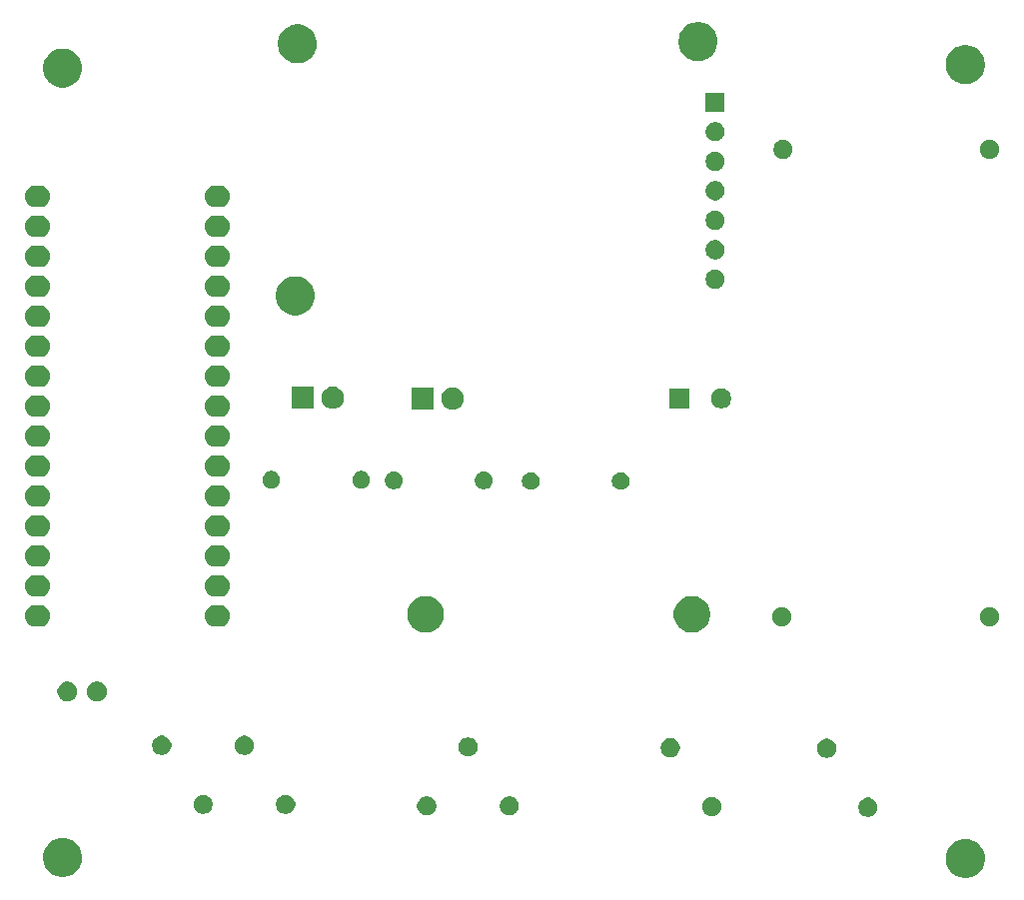
<source format=gbs>
G04 #@! TF.GenerationSoftware,KiCad,Pcbnew,(5.1.5)-3*
G04 #@! TF.CreationDate,2021-05-14T14:20:20+02:00*
G04 #@! TF.ProjectId,GSM-Alarmanlage,47534d2d-416c-4617-926d-616e6c616765,rev?*
G04 #@! TF.SameCoordinates,Original*
G04 #@! TF.FileFunction,Soldermask,Bot*
G04 #@! TF.FilePolarity,Negative*
%FSLAX46Y46*%
G04 Gerber Fmt 4.6, Leading zero omitted, Abs format (unit mm)*
G04 Created by KiCad (PCBNEW (5.1.5)-3) date 2021-05-14 14:20:20*
%MOMM*%
%LPD*%
G04 APERTURE LIST*
%ADD10C,0.100000*%
G04 APERTURE END LIST*
D10*
G36*
X182375256Y-141291298D02*
G01*
X182481579Y-141312447D01*
X182782042Y-141436903D01*
X183052451Y-141617585D01*
X183282415Y-141847549D01*
X183463097Y-142117958D01*
X183546132Y-142318421D01*
X183587553Y-142418422D01*
X183631109Y-142637389D01*
X183651000Y-142737391D01*
X183651000Y-143062609D01*
X183587553Y-143381579D01*
X183463097Y-143682042D01*
X183282415Y-143952451D01*
X183052451Y-144182415D01*
X182782042Y-144363097D01*
X182481579Y-144487553D01*
X182375256Y-144508702D01*
X182162611Y-144551000D01*
X181837389Y-144551000D01*
X181624744Y-144508702D01*
X181518421Y-144487553D01*
X181217958Y-144363097D01*
X180947549Y-144182415D01*
X180717585Y-143952451D01*
X180536903Y-143682042D01*
X180412447Y-143381579D01*
X180349000Y-143062609D01*
X180349000Y-142737391D01*
X180368892Y-142637389D01*
X180412447Y-142418422D01*
X180453869Y-142318421D01*
X180536903Y-142117958D01*
X180717585Y-141847549D01*
X180947549Y-141617585D01*
X181217958Y-141436903D01*
X181518421Y-141312447D01*
X181624744Y-141291298D01*
X181837389Y-141249000D01*
X182162611Y-141249000D01*
X182375256Y-141291298D01*
G37*
G36*
X105875256Y-141191298D02*
G01*
X105981579Y-141212447D01*
X106282042Y-141336903D01*
X106552451Y-141517585D01*
X106782415Y-141747549D01*
X106782416Y-141747551D01*
X106963098Y-142017960D01*
X107087553Y-142318422D01*
X107151000Y-142637389D01*
X107151000Y-142962611D01*
X107108702Y-143175256D01*
X107087553Y-143281579D01*
X106963097Y-143582042D01*
X106782415Y-143852451D01*
X106552451Y-144082415D01*
X106282042Y-144263097D01*
X105981579Y-144387553D01*
X105875256Y-144408702D01*
X105662611Y-144451000D01*
X105337389Y-144451000D01*
X105124744Y-144408702D01*
X105018421Y-144387553D01*
X104717958Y-144263097D01*
X104447549Y-144082415D01*
X104217585Y-143852451D01*
X104036903Y-143582042D01*
X103912447Y-143281579D01*
X103891298Y-143175256D01*
X103849000Y-142962611D01*
X103849000Y-142637389D01*
X103912447Y-142318422D01*
X104036902Y-142017960D01*
X104217584Y-141747551D01*
X104217585Y-141747549D01*
X104447549Y-141517585D01*
X104717958Y-141336903D01*
X105018421Y-141212447D01*
X105124744Y-141191298D01*
X105337389Y-141149000D01*
X105662611Y-141149000D01*
X105875256Y-141191298D01*
G37*
G36*
X173987144Y-137768242D02*
G01*
X174135103Y-137829529D01*
X174268257Y-137918499D01*
X174381503Y-138031745D01*
X174470473Y-138164899D01*
X174531760Y-138312858D01*
X174563002Y-138469925D01*
X174563002Y-138630075D01*
X174531760Y-138787142D01*
X174470473Y-138935101D01*
X174381503Y-139068255D01*
X174268257Y-139181501D01*
X174135103Y-139270471D01*
X173987144Y-139331758D01*
X173830077Y-139363000D01*
X173669927Y-139363000D01*
X173512860Y-139331758D01*
X173364901Y-139270471D01*
X173231747Y-139181501D01*
X173118501Y-139068255D01*
X173029531Y-138935101D01*
X172968244Y-138787142D01*
X172937002Y-138630075D01*
X172937002Y-138469925D01*
X172968244Y-138312858D01*
X173029531Y-138164899D01*
X173118501Y-138031745D01*
X173231747Y-137918499D01*
X173364901Y-137829529D01*
X173512860Y-137768242D01*
X173669927Y-137737000D01*
X173830077Y-137737000D01*
X173987144Y-137768242D01*
G37*
G36*
X160737144Y-137718242D02*
G01*
X160885103Y-137779529D01*
X161018257Y-137868499D01*
X161131503Y-137981745D01*
X161220473Y-138114899D01*
X161281760Y-138262858D01*
X161313002Y-138419925D01*
X161313002Y-138580075D01*
X161281760Y-138737142D01*
X161220473Y-138885101D01*
X161131503Y-139018255D01*
X161018257Y-139131501D01*
X160885103Y-139220471D01*
X160737144Y-139281758D01*
X160580077Y-139313000D01*
X160419927Y-139313000D01*
X160262860Y-139281758D01*
X160114901Y-139220471D01*
X159981747Y-139131501D01*
X159868501Y-139018255D01*
X159779531Y-138885101D01*
X159718244Y-138737142D01*
X159687002Y-138580075D01*
X159687002Y-138419925D01*
X159718244Y-138262858D01*
X159779531Y-138114899D01*
X159868501Y-137981745D01*
X159981747Y-137868499D01*
X160114901Y-137779529D01*
X160262860Y-137718242D01*
X160419927Y-137687000D01*
X160580077Y-137687000D01*
X160737144Y-137718242D01*
G37*
G36*
X136587142Y-137668242D02*
G01*
X136735101Y-137729529D01*
X136868255Y-137818499D01*
X136981501Y-137931745D01*
X137070471Y-138064899D01*
X137131758Y-138212858D01*
X137163000Y-138369925D01*
X137163000Y-138530075D01*
X137131758Y-138687142D01*
X137070471Y-138835101D01*
X136981501Y-138968255D01*
X136868255Y-139081501D01*
X136735101Y-139170471D01*
X136587142Y-139231758D01*
X136430075Y-139263000D01*
X136269925Y-139263000D01*
X136112858Y-139231758D01*
X135964899Y-139170471D01*
X135831745Y-139081501D01*
X135718499Y-138968255D01*
X135629529Y-138835101D01*
X135568242Y-138687142D01*
X135537000Y-138530075D01*
X135537000Y-138369925D01*
X135568242Y-138212858D01*
X135629529Y-138064899D01*
X135718499Y-137931745D01*
X135831745Y-137818499D01*
X135964899Y-137729529D01*
X136112858Y-137668242D01*
X136269925Y-137637000D01*
X136430075Y-137637000D01*
X136587142Y-137668242D01*
G37*
G36*
X143587143Y-137668242D02*
G01*
X143735102Y-137729529D01*
X143868256Y-137818499D01*
X143981502Y-137931745D01*
X144070472Y-138064899D01*
X144131759Y-138212858D01*
X144163001Y-138369925D01*
X144163001Y-138530075D01*
X144131759Y-138687142D01*
X144070472Y-138835101D01*
X143981502Y-138968255D01*
X143868256Y-139081501D01*
X143735102Y-139170471D01*
X143587143Y-139231758D01*
X143430076Y-139263000D01*
X143269926Y-139263000D01*
X143112859Y-139231758D01*
X142964900Y-139170471D01*
X142831746Y-139081501D01*
X142718500Y-138968255D01*
X142629530Y-138835101D01*
X142568243Y-138687142D01*
X142537001Y-138530075D01*
X142537001Y-138369925D01*
X142568243Y-138212858D01*
X142629530Y-138064899D01*
X142718500Y-137931745D01*
X142831746Y-137818499D01*
X142964900Y-137729529D01*
X143112859Y-137668242D01*
X143269926Y-137637000D01*
X143430076Y-137637000D01*
X143587143Y-137668242D01*
G37*
G36*
X117637145Y-137518242D02*
G01*
X117785104Y-137579529D01*
X117918258Y-137668499D01*
X118031504Y-137781745D01*
X118120474Y-137914899D01*
X118181761Y-138062858D01*
X118213003Y-138219925D01*
X118213003Y-138380075D01*
X118181761Y-138537142D01*
X118120474Y-138685101D01*
X118031504Y-138818255D01*
X117918258Y-138931501D01*
X117785104Y-139020471D01*
X117637145Y-139081758D01*
X117480078Y-139113000D01*
X117319928Y-139113000D01*
X117162861Y-139081758D01*
X117014902Y-139020471D01*
X116881748Y-138931501D01*
X116768502Y-138818255D01*
X116679532Y-138685101D01*
X116618245Y-138537142D01*
X116587003Y-138380075D01*
X116587003Y-138219925D01*
X116618245Y-138062858D01*
X116679532Y-137914899D01*
X116768502Y-137781745D01*
X116881748Y-137668499D01*
X117014902Y-137579529D01*
X117162861Y-137518242D01*
X117319928Y-137487000D01*
X117480078Y-137487000D01*
X117637145Y-137518242D01*
G37*
G36*
X124637146Y-137518242D02*
G01*
X124785105Y-137579529D01*
X124918259Y-137668499D01*
X125031505Y-137781745D01*
X125120475Y-137914899D01*
X125181762Y-138062858D01*
X125213004Y-138219925D01*
X125213004Y-138380075D01*
X125181762Y-138537142D01*
X125120475Y-138685101D01*
X125031505Y-138818255D01*
X124918259Y-138931501D01*
X124785105Y-139020471D01*
X124637146Y-139081758D01*
X124480079Y-139113000D01*
X124319929Y-139113000D01*
X124162862Y-139081758D01*
X124014903Y-139020471D01*
X123881749Y-138931501D01*
X123768503Y-138818255D01*
X123679533Y-138685101D01*
X123618246Y-138537142D01*
X123587004Y-138380075D01*
X123587004Y-138219925D01*
X123618246Y-138062858D01*
X123679533Y-137914899D01*
X123768503Y-137781745D01*
X123881749Y-137668499D01*
X124014903Y-137579529D01*
X124162862Y-137518242D01*
X124319929Y-137487000D01*
X124480079Y-137487000D01*
X124637146Y-137518242D01*
G37*
G36*
X170487141Y-132768242D02*
G01*
X170635100Y-132829529D01*
X170768254Y-132918499D01*
X170881500Y-133031745D01*
X170970470Y-133164899D01*
X171031757Y-133312858D01*
X171062999Y-133469925D01*
X171062999Y-133630075D01*
X171031757Y-133787142D01*
X170970470Y-133935101D01*
X170881500Y-134068255D01*
X170768254Y-134181501D01*
X170635100Y-134270471D01*
X170487141Y-134331758D01*
X170330074Y-134363000D01*
X170169924Y-134363000D01*
X170012857Y-134331758D01*
X169864898Y-134270471D01*
X169731744Y-134181501D01*
X169618498Y-134068255D01*
X169529528Y-133935101D01*
X169468241Y-133787142D01*
X169436999Y-133630075D01*
X169436999Y-133469925D01*
X169468241Y-133312858D01*
X169529528Y-133164899D01*
X169618498Y-133031745D01*
X169731744Y-132918499D01*
X169864898Y-132829529D01*
X170012857Y-132768242D01*
X170169924Y-132737000D01*
X170330074Y-132737000D01*
X170487141Y-132768242D01*
G37*
G36*
X157237141Y-132718242D02*
G01*
X157385100Y-132779529D01*
X157518254Y-132868499D01*
X157631500Y-132981745D01*
X157720470Y-133114899D01*
X157781757Y-133262858D01*
X157812999Y-133419925D01*
X157812999Y-133580075D01*
X157781757Y-133737142D01*
X157720470Y-133885101D01*
X157631500Y-134018255D01*
X157518254Y-134131501D01*
X157385100Y-134220471D01*
X157237141Y-134281758D01*
X157080074Y-134313000D01*
X156919924Y-134313000D01*
X156762857Y-134281758D01*
X156614898Y-134220471D01*
X156481744Y-134131501D01*
X156368498Y-134018255D01*
X156279528Y-133885101D01*
X156218241Y-133737142D01*
X156186999Y-133580075D01*
X156186999Y-133419925D01*
X156218241Y-133262858D01*
X156279528Y-133114899D01*
X156368498Y-132981745D01*
X156481744Y-132868499D01*
X156614898Y-132779529D01*
X156762857Y-132718242D01*
X156919924Y-132687000D01*
X157080074Y-132687000D01*
X157237141Y-132718242D01*
G37*
G36*
X140087143Y-132668242D02*
G01*
X140235102Y-132729529D01*
X140368256Y-132818499D01*
X140481502Y-132931745D01*
X140570472Y-133064899D01*
X140631759Y-133212858D01*
X140663001Y-133369925D01*
X140663001Y-133530075D01*
X140631759Y-133687142D01*
X140570472Y-133835101D01*
X140481502Y-133968255D01*
X140368256Y-134081501D01*
X140235102Y-134170471D01*
X140087143Y-134231758D01*
X139930076Y-134263000D01*
X139769926Y-134263000D01*
X139612859Y-134231758D01*
X139464900Y-134170471D01*
X139331746Y-134081501D01*
X139218500Y-133968255D01*
X139129530Y-133835101D01*
X139068243Y-133687142D01*
X139037001Y-133530075D01*
X139037001Y-133369925D01*
X139068243Y-133212858D01*
X139129530Y-133064899D01*
X139218500Y-132931745D01*
X139331746Y-132818499D01*
X139464900Y-132729529D01*
X139612859Y-132668242D01*
X139769926Y-132637000D01*
X139930076Y-132637000D01*
X140087143Y-132668242D01*
G37*
G36*
X114137145Y-132518242D02*
G01*
X114285104Y-132579529D01*
X114418258Y-132668499D01*
X114531504Y-132781745D01*
X114620474Y-132914899D01*
X114681761Y-133062858D01*
X114713003Y-133219925D01*
X114713003Y-133380075D01*
X114681761Y-133537142D01*
X114620474Y-133685101D01*
X114531504Y-133818255D01*
X114418258Y-133931501D01*
X114285104Y-134020471D01*
X114137145Y-134081758D01*
X113980078Y-134113000D01*
X113819928Y-134113000D01*
X113662861Y-134081758D01*
X113514902Y-134020471D01*
X113381748Y-133931501D01*
X113268502Y-133818255D01*
X113179532Y-133685101D01*
X113118245Y-133537142D01*
X113087003Y-133380075D01*
X113087003Y-133219925D01*
X113118245Y-133062858D01*
X113179532Y-132914899D01*
X113268502Y-132781745D01*
X113381748Y-132668499D01*
X113514902Y-132579529D01*
X113662861Y-132518242D01*
X113819928Y-132487000D01*
X113980078Y-132487000D01*
X114137145Y-132518242D01*
G37*
G36*
X121137146Y-132518242D02*
G01*
X121285105Y-132579529D01*
X121418259Y-132668499D01*
X121531505Y-132781745D01*
X121620475Y-132914899D01*
X121681762Y-133062858D01*
X121713004Y-133219925D01*
X121713004Y-133380075D01*
X121681762Y-133537142D01*
X121620475Y-133685101D01*
X121531505Y-133818255D01*
X121418259Y-133931501D01*
X121285105Y-134020471D01*
X121137146Y-134081758D01*
X120980079Y-134113000D01*
X120819929Y-134113000D01*
X120662862Y-134081758D01*
X120514903Y-134020471D01*
X120381749Y-133931501D01*
X120268503Y-133818255D01*
X120179533Y-133685101D01*
X120118246Y-133537142D01*
X120087004Y-133380075D01*
X120087004Y-133219925D01*
X120118246Y-133062858D01*
X120179533Y-132914899D01*
X120268503Y-132781745D01*
X120381749Y-132668499D01*
X120514903Y-132579529D01*
X120662862Y-132518242D01*
X120819929Y-132487000D01*
X120980079Y-132487000D01*
X121137146Y-132518242D01*
G37*
G36*
X108648228Y-127931703D02*
G01*
X108803100Y-127995853D01*
X108942481Y-128088985D01*
X109061015Y-128207519D01*
X109154147Y-128346900D01*
X109218297Y-128501772D01*
X109251000Y-128666184D01*
X109251000Y-128833816D01*
X109218297Y-128998228D01*
X109154147Y-129153100D01*
X109061015Y-129292481D01*
X108942481Y-129411015D01*
X108803100Y-129504147D01*
X108648228Y-129568297D01*
X108483816Y-129601000D01*
X108316184Y-129601000D01*
X108151772Y-129568297D01*
X107996900Y-129504147D01*
X107857519Y-129411015D01*
X107738985Y-129292481D01*
X107645853Y-129153100D01*
X107581703Y-128998228D01*
X107549000Y-128833816D01*
X107549000Y-128666184D01*
X107581703Y-128501772D01*
X107645853Y-128346900D01*
X107738985Y-128207519D01*
X107857519Y-128088985D01*
X107996900Y-127995853D01*
X108151772Y-127931703D01*
X108316184Y-127899000D01*
X108483816Y-127899000D01*
X108648228Y-127931703D01*
G37*
G36*
X106148228Y-127931703D02*
G01*
X106303100Y-127995853D01*
X106442481Y-128088985D01*
X106561015Y-128207519D01*
X106654147Y-128346900D01*
X106718297Y-128501772D01*
X106751000Y-128666184D01*
X106751000Y-128833816D01*
X106718297Y-128998228D01*
X106654147Y-129153100D01*
X106561015Y-129292481D01*
X106442481Y-129411015D01*
X106303100Y-129504147D01*
X106148228Y-129568297D01*
X105983816Y-129601000D01*
X105816184Y-129601000D01*
X105651772Y-129568297D01*
X105496900Y-129504147D01*
X105357519Y-129411015D01*
X105238985Y-129292481D01*
X105145853Y-129153100D01*
X105081703Y-128998228D01*
X105049000Y-128833816D01*
X105049000Y-128666184D01*
X105081703Y-128501772D01*
X105145853Y-128346900D01*
X105238985Y-128207519D01*
X105357519Y-128088985D01*
X105496900Y-127995853D01*
X105651772Y-127931703D01*
X105816184Y-127899000D01*
X105983816Y-127899000D01*
X106148228Y-127931703D01*
G37*
G36*
X136552585Y-120678802D02*
G01*
X136702410Y-120708604D01*
X136984674Y-120825521D01*
X137238705Y-120995259D01*
X137454741Y-121211295D01*
X137624479Y-121465326D01*
X137741396Y-121747590D01*
X137801000Y-122047240D01*
X137801000Y-122352760D01*
X137741396Y-122652410D01*
X137624479Y-122934674D01*
X137454741Y-123188705D01*
X137238705Y-123404741D01*
X136984674Y-123574479D01*
X136702410Y-123691396D01*
X136552585Y-123721198D01*
X136402761Y-123751000D01*
X136097239Y-123751000D01*
X135947415Y-123721198D01*
X135797590Y-123691396D01*
X135515326Y-123574479D01*
X135261295Y-123404741D01*
X135045259Y-123188705D01*
X134875521Y-122934674D01*
X134758604Y-122652410D01*
X134699000Y-122352760D01*
X134699000Y-122047240D01*
X134758604Y-121747590D01*
X134875521Y-121465326D01*
X135045259Y-121211295D01*
X135261295Y-120995259D01*
X135515326Y-120825521D01*
X135797590Y-120708604D01*
X135947415Y-120678802D01*
X136097239Y-120649000D01*
X136402761Y-120649000D01*
X136552585Y-120678802D01*
G37*
G36*
X159152585Y-120678802D02*
G01*
X159302410Y-120708604D01*
X159584674Y-120825521D01*
X159838705Y-120995259D01*
X160054741Y-121211295D01*
X160224479Y-121465326D01*
X160341396Y-121747590D01*
X160401000Y-122047240D01*
X160401000Y-122352760D01*
X160341396Y-122652410D01*
X160224479Y-122934674D01*
X160054741Y-123188705D01*
X159838705Y-123404741D01*
X159584674Y-123574479D01*
X159302410Y-123691396D01*
X159152585Y-123721198D01*
X159002761Y-123751000D01*
X158697239Y-123751000D01*
X158547415Y-123721198D01*
X158397590Y-123691396D01*
X158115326Y-123574479D01*
X157861295Y-123404741D01*
X157645259Y-123188705D01*
X157475521Y-122934674D01*
X157358604Y-122652410D01*
X157299000Y-122352760D01*
X157299000Y-122047240D01*
X157358604Y-121747590D01*
X157475521Y-121465326D01*
X157645259Y-121211295D01*
X157861295Y-120995259D01*
X158115326Y-120825521D01*
X158397590Y-120708604D01*
X158547415Y-120678802D01*
X158697239Y-120649000D01*
X159002761Y-120649000D01*
X159152585Y-120678802D01*
G37*
G36*
X118951694Y-121428633D02*
G01*
X119124095Y-121480931D01*
X119282983Y-121565858D01*
X119422249Y-121680151D01*
X119536542Y-121819417D01*
X119621469Y-121978305D01*
X119673767Y-122150706D01*
X119691425Y-122330000D01*
X119673767Y-122509294D01*
X119621469Y-122681695D01*
X119536542Y-122840583D01*
X119422249Y-122979849D01*
X119282983Y-123094142D01*
X119124095Y-123179069D01*
X118951694Y-123231367D01*
X118817331Y-123244600D01*
X118422669Y-123244600D01*
X118288306Y-123231367D01*
X118115905Y-123179069D01*
X117957017Y-123094142D01*
X117817751Y-122979849D01*
X117703458Y-122840583D01*
X117618531Y-122681695D01*
X117566233Y-122509294D01*
X117548575Y-122330000D01*
X117566233Y-122150706D01*
X117618531Y-121978305D01*
X117703458Y-121819417D01*
X117817751Y-121680151D01*
X117957017Y-121565858D01*
X118115905Y-121480931D01*
X118288306Y-121428633D01*
X118422669Y-121415400D01*
X118817331Y-121415400D01*
X118951694Y-121428633D01*
G37*
G36*
X103711694Y-121428633D02*
G01*
X103884095Y-121480931D01*
X104042983Y-121565858D01*
X104182249Y-121680151D01*
X104296542Y-121819417D01*
X104381469Y-121978305D01*
X104433767Y-122150706D01*
X104451425Y-122330000D01*
X104433767Y-122509294D01*
X104381469Y-122681695D01*
X104296542Y-122840583D01*
X104182249Y-122979849D01*
X104042983Y-123094142D01*
X103884095Y-123179069D01*
X103711694Y-123231367D01*
X103577331Y-123244600D01*
X103182669Y-123244600D01*
X103048306Y-123231367D01*
X102875905Y-123179069D01*
X102717017Y-123094142D01*
X102577751Y-122979849D01*
X102463458Y-122840583D01*
X102378531Y-122681695D01*
X102326233Y-122509294D01*
X102308575Y-122330000D01*
X102326233Y-122150706D01*
X102378531Y-121978305D01*
X102463458Y-121819417D01*
X102577751Y-121680151D01*
X102717017Y-121565858D01*
X102875905Y-121480931D01*
X103048306Y-121428633D01*
X103182669Y-121415400D01*
X103577331Y-121415400D01*
X103711694Y-121428633D01*
G37*
G36*
X184287142Y-121618242D02*
G01*
X184435101Y-121679529D01*
X184568255Y-121768499D01*
X184681501Y-121881745D01*
X184770471Y-122014899D01*
X184831758Y-122162858D01*
X184863000Y-122319925D01*
X184863000Y-122480075D01*
X184831758Y-122637142D01*
X184770471Y-122785101D01*
X184681501Y-122918255D01*
X184568255Y-123031501D01*
X184435101Y-123120471D01*
X184287142Y-123181758D01*
X184130075Y-123213000D01*
X183969925Y-123213000D01*
X183812858Y-123181758D01*
X183664899Y-123120471D01*
X183531745Y-123031501D01*
X183418499Y-122918255D01*
X183329529Y-122785101D01*
X183268242Y-122637142D01*
X183237000Y-122480075D01*
X183237000Y-122319925D01*
X183268242Y-122162858D01*
X183329529Y-122014899D01*
X183418499Y-121881745D01*
X183531745Y-121768499D01*
X183664899Y-121679529D01*
X183812858Y-121618242D01*
X183969925Y-121587000D01*
X184130075Y-121587000D01*
X184287142Y-121618242D01*
G37*
G36*
X166687142Y-121618242D02*
G01*
X166835101Y-121679529D01*
X166968255Y-121768499D01*
X167081501Y-121881745D01*
X167170471Y-122014899D01*
X167231758Y-122162858D01*
X167263000Y-122319925D01*
X167263000Y-122480075D01*
X167231758Y-122637142D01*
X167170471Y-122785101D01*
X167081501Y-122918255D01*
X166968255Y-123031501D01*
X166835101Y-123120471D01*
X166687142Y-123181758D01*
X166530075Y-123213000D01*
X166369925Y-123213000D01*
X166212858Y-123181758D01*
X166064899Y-123120471D01*
X165931745Y-123031501D01*
X165818499Y-122918255D01*
X165729529Y-122785101D01*
X165668242Y-122637142D01*
X165637000Y-122480075D01*
X165637000Y-122319925D01*
X165668242Y-122162858D01*
X165729529Y-122014899D01*
X165818499Y-121881745D01*
X165931745Y-121768499D01*
X166064899Y-121679529D01*
X166212858Y-121618242D01*
X166369925Y-121587000D01*
X166530075Y-121587000D01*
X166687142Y-121618242D01*
G37*
G36*
X118951694Y-118888633D02*
G01*
X119124095Y-118940931D01*
X119282983Y-119025858D01*
X119422249Y-119140151D01*
X119536542Y-119279417D01*
X119621469Y-119438305D01*
X119673767Y-119610706D01*
X119691425Y-119790000D01*
X119673767Y-119969294D01*
X119621469Y-120141695D01*
X119536542Y-120300583D01*
X119422249Y-120439849D01*
X119282983Y-120554142D01*
X119124095Y-120639069D01*
X118951694Y-120691367D01*
X118817331Y-120704600D01*
X118422669Y-120704600D01*
X118288306Y-120691367D01*
X118115905Y-120639069D01*
X117957017Y-120554142D01*
X117817751Y-120439849D01*
X117703458Y-120300583D01*
X117618531Y-120141695D01*
X117566233Y-119969294D01*
X117548575Y-119790000D01*
X117566233Y-119610706D01*
X117618531Y-119438305D01*
X117703458Y-119279417D01*
X117817751Y-119140151D01*
X117957017Y-119025858D01*
X118115905Y-118940931D01*
X118288306Y-118888633D01*
X118422669Y-118875400D01*
X118817331Y-118875400D01*
X118951694Y-118888633D01*
G37*
G36*
X103711694Y-118888633D02*
G01*
X103884095Y-118940931D01*
X104042983Y-119025858D01*
X104182249Y-119140151D01*
X104296542Y-119279417D01*
X104381469Y-119438305D01*
X104433767Y-119610706D01*
X104451425Y-119790000D01*
X104433767Y-119969294D01*
X104381469Y-120141695D01*
X104296542Y-120300583D01*
X104182249Y-120439849D01*
X104042983Y-120554142D01*
X103884095Y-120639069D01*
X103711694Y-120691367D01*
X103577331Y-120704600D01*
X103182669Y-120704600D01*
X103048306Y-120691367D01*
X102875905Y-120639069D01*
X102717017Y-120554142D01*
X102577751Y-120439849D01*
X102463458Y-120300583D01*
X102378531Y-120141695D01*
X102326233Y-119969294D01*
X102308575Y-119790000D01*
X102326233Y-119610706D01*
X102378531Y-119438305D01*
X102463458Y-119279417D01*
X102577751Y-119140151D01*
X102717017Y-119025858D01*
X102875905Y-118940931D01*
X103048306Y-118888633D01*
X103182669Y-118875400D01*
X103577331Y-118875400D01*
X103711694Y-118888633D01*
G37*
G36*
X118951694Y-116348633D02*
G01*
X119124095Y-116400931D01*
X119282983Y-116485858D01*
X119422249Y-116600151D01*
X119536542Y-116739417D01*
X119621469Y-116898305D01*
X119673767Y-117070706D01*
X119691425Y-117250000D01*
X119673767Y-117429294D01*
X119621469Y-117601695D01*
X119536542Y-117760583D01*
X119422249Y-117899849D01*
X119282983Y-118014142D01*
X119124095Y-118099069D01*
X118951694Y-118151367D01*
X118817331Y-118164600D01*
X118422669Y-118164600D01*
X118288306Y-118151367D01*
X118115905Y-118099069D01*
X117957017Y-118014142D01*
X117817751Y-117899849D01*
X117703458Y-117760583D01*
X117618531Y-117601695D01*
X117566233Y-117429294D01*
X117548575Y-117250000D01*
X117566233Y-117070706D01*
X117618531Y-116898305D01*
X117703458Y-116739417D01*
X117817751Y-116600151D01*
X117957017Y-116485858D01*
X118115905Y-116400931D01*
X118288306Y-116348633D01*
X118422669Y-116335400D01*
X118817331Y-116335400D01*
X118951694Y-116348633D01*
G37*
G36*
X103711694Y-116348633D02*
G01*
X103884095Y-116400931D01*
X104042983Y-116485858D01*
X104182249Y-116600151D01*
X104296542Y-116739417D01*
X104381469Y-116898305D01*
X104433767Y-117070706D01*
X104451425Y-117250000D01*
X104433767Y-117429294D01*
X104381469Y-117601695D01*
X104296542Y-117760583D01*
X104182249Y-117899849D01*
X104042983Y-118014142D01*
X103884095Y-118099069D01*
X103711694Y-118151367D01*
X103577331Y-118164600D01*
X103182669Y-118164600D01*
X103048306Y-118151367D01*
X102875905Y-118099069D01*
X102717017Y-118014142D01*
X102577751Y-117899849D01*
X102463458Y-117760583D01*
X102378531Y-117601695D01*
X102326233Y-117429294D01*
X102308575Y-117250000D01*
X102326233Y-117070706D01*
X102378531Y-116898305D01*
X102463458Y-116739417D01*
X102577751Y-116600151D01*
X102717017Y-116485858D01*
X102875905Y-116400931D01*
X103048306Y-116348633D01*
X103182669Y-116335400D01*
X103577331Y-116335400D01*
X103711694Y-116348633D01*
G37*
G36*
X103711694Y-113808633D02*
G01*
X103884095Y-113860931D01*
X104042983Y-113945858D01*
X104182249Y-114060151D01*
X104296542Y-114199417D01*
X104381469Y-114358305D01*
X104433767Y-114530706D01*
X104451425Y-114710000D01*
X104433767Y-114889294D01*
X104381469Y-115061695D01*
X104296542Y-115220583D01*
X104182249Y-115359849D01*
X104042983Y-115474142D01*
X103884095Y-115559069D01*
X103711694Y-115611367D01*
X103577331Y-115624600D01*
X103182669Y-115624600D01*
X103048306Y-115611367D01*
X102875905Y-115559069D01*
X102717017Y-115474142D01*
X102577751Y-115359849D01*
X102463458Y-115220583D01*
X102378531Y-115061695D01*
X102326233Y-114889294D01*
X102308575Y-114710000D01*
X102326233Y-114530706D01*
X102378531Y-114358305D01*
X102463458Y-114199417D01*
X102577751Y-114060151D01*
X102717017Y-113945858D01*
X102875905Y-113860931D01*
X103048306Y-113808633D01*
X103182669Y-113795400D01*
X103577331Y-113795400D01*
X103711694Y-113808633D01*
G37*
G36*
X118951694Y-113808633D02*
G01*
X119124095Y-113860931D01*
X119282983Y-113945858D01*
X119422249Y-114060151D01*
X119536542Y-114199417D01*
X119621469Y-114358305D01*
X119673767Y-114530706D01*
X119691425Y-114710000D01*
X119673767Y-114889294D01*
X119621469Y-115061695D01*
X119536542Y-115220583D01*
X119422249Y-115359849D01*
X119282983Y-115474142D01*
X119124095Y-115559069D01*
X118951694Y-115611367D01*
X118817331Y-115624600D01*
X118422669Y-115624600D01*
X118288306Y-115611367D01*
X118115905Y-115559069D01*
X117957017Y-115474142D01*
X117817751Y-115359849D01*
X117703458Y-115220583D01*
X117618531Y-115061695D01*
X117566233Y-114889294D01*
X117548575Y-114710000D01*
X117566233Y-114530706D01*
X117618531Y-114358305D01*
X117703458Y-114199417D01*
X117817751Y-114060151D01*
X117957017Y-113945858D01*
X118115905Y-113860931D01*
X118288306Y-113808633D01*
X118422669Y-113795400D01*
X118817331Y-113795400D01*
X118951694Y-113808633D01*
G37*
G36*
X118951694Y-111268633D02*
G01*
X119124095Y-111320931D01*
X119282983Y-111405858D01*
X119422249Y-111520151D01*
X119536542Y-111659417D01*
X119621469Y-111818305D01*
X119673767Y-111990706D01*
X119691425Y-112170000D01*
X119673767Y-112349294D01*
X119621469Y-112521695D01*
X119536542Y-112680583D01*
X119422249Y-112819849D01*
X119282983Y-112934142D01*
X119124095Y-113019069D01*
X118951694Y-113071367D01*
X118817331Y-113084600D01*
X118422669Y-113084600D01*
X118288306Y-113071367D01*
X118115905Y-113019069D01*
X117957017Y-112934142D01*
X117817751Y-112819849D01*
X117703458Y-112680583D01*
X117618531Y-112521695D01*
X117566233Y-112349294D01*
X117548575Y-112170000D01*
X117566233Y-111990706D01*
X117618531Y-111818305D01*
X117703458Y-111659417D01*
X117817751Y-111520151D01*
X117957017Y-111405858D01*
X118115905Y-111320931D01*
X118288306Y-111268633D01*
X118422669Y-111255400D01*
X118817331Y-111255400D01*
X118951694Y-111268633D01*
G37*
G36*
X103711694Y-111268633D02*
G01*
X103884095Y-111320931D01*
X104042983Y-111405858D01*
X104182249Y-111520151D01*
X104296542Y-111659417D01*
X104381469Y-111818305D01*
X104433767Y-111990706D01*
X104451425Y-112170000D01*
X104433767Y-112349294D01*
X104381469Y-112521695D01*
X104296542Y-112680583D01*
X104182249Y-112819849D01*
X104042983Y-112934142D01*
X103884095Y-113019069D01*
X103711694Y-113071367D01*
X103577331Y-113084600D01*
X103182669Y-113084600D01*
X103048306Y-113071367D01*
X102875905Y-113019069D01*
X102717017Y-112934142D01*
X102577751Y-112819849D01*
X102463458Y-112680583D01*
X102378531Y-112521695D01*
X102326233Y-112349294D01*
X102308575Y-112170000D01*
X102326233Y-111990706D01*
X102378531Y-111818305D01*
X102463458Y-111659417D01*
X102577751Y-111520151D01*
X102717017Y-111405858D01*
X102875905Y-111320931D01*
X103048306Y-111268633D01*
X103182669Y-111255400D01*
X103577331Y-111255400D01*
X103711694Y-111268633D01*
G37*
G36*
X153019059Y-110177860D02*
G01*
X153155732Y-110234472D01*
X153278735Y-110316660D01*
X153383340Y-110421265D01*
X153465528Y-110544268D01*
X153465529Y-110544270D01*
X153522140Y-110680941D01*
X153551000Y-110826032D01*
X153551000Y-110973968D01*
X153522140Y-111119059D01*
X153506950Y-111155732D01*
X153465528Y-111255732D01*
X153383340Y-111378735D01*
X153278735Y-111483340D01*
X153155732Y-111565528D01*
X153155731Y-111565529D01*
X153155730Y-111565529D01*
X153019059Y-111622140D01*
X152873968Y-111651000D01*
X152726032Y-111651000D01*
X152580941Y-111622140D01*
X152444270Y-111565529D01*
X152444269Y-111565529D01*
X152444268Y-111565528D01*
X152321265Y-111483340D01*
X152216660Y-111378735D01*
X152134472Y-111255732D01*
X152093051Y-111155732D01*
X152077860Y-111119059D01*
X152049000Y-110973968D01*
X152049000Y-110826032D01*
X152077860Y-110680941D01*
X152134471Y-110544270D01*
X152134472Y-110544268D01*
X152216660Y-110421265D01*
X152321265Y-110316660D01*
X152444268Y-110234472D01*
X152580941Y-110177860D01*
X152726032Y-110149000D01*
X152873968Y-110149000D01*
X153019059Y-110177860D01*
G37*
G36*
X145399059Y-110177860D02*
G01*
X145535732Y-110234472D01*
X145658735Y-110316660D01*
X145763340Y-110421265D01*
X145845528Y-110544268D01*
X145845529Y-110544270D01*
X145902140Y-110680941D01*
X145931000Y-110826032D01*
X145931000Y-110973968D01*
X145902140Y-111119059D01*
X145886950Y-111155732D01*
X145845528Y-111255732D01*
X145763340Y-111378735D01*
X145658735Y-111483340D01*
X145535732Y-111565528D01*
X145535731Y-111565529D01*
X145535730Y-111565529D01*
X145399059Y-111622140D01*
X145253968Y-111651000D01*
X145106032Y-111651000D01*
X144960941Y-111622140D01*
X144824270Y-111565529D01*
X144824269Y-111565529D01*
X144824268Y-111565528D01*
X144701265Y-111483340D01*
X144596660Y-111378735D01*
X144514472Y-111255732D01*
X144473051Y-111155732D01*
X144457860Y-111119059D01*
X144429000Y-110973968D01*
X144429000Y-110826032D01*
X144457860Y-110680941D01*
X144514471Y-110544270D01*
X144514472Y-110544268D01*
X144596660Y-110421265D01*
X144701265Y-110316660D01*
X144824268Y-110234472D01*
X144960941Y-110177860D01*
X145106032Y-110149000D01*
X145253968Y-110149000D01*
X145399059Y-110177860D01*
G37*
G36*
X133799059Y-110127860D02*
G01*
X133919770Y-110177860D01*
X133935732Y-110184472D01*
X134058735Y-110266660D01*
X134163340Y-110371265D01*
X134235372Y-110479069D01*
X134245529Y-110494270D01*
X134302140Y-110630941D01*
X134331000Y-110776032D01*
X134331000Y-110923968D01*
X134312085Y-111019059D01*
X134302140Y-111069059D01*
X134245528Y-111205732D01*
X134163340Y-111328735D01*
X134058735Y-111433340D01*
X133935732Y-111515528D01*
X133935731Y-111515529D01*
X133935730Y-111515529D01*
X133799059Y-111572140D01*
X133653968Y-111601000D01*
X133506032Y-111601000D01*
X133360941Y-111572140D01*
X133224270Y-111515529D01*
X133224269Y-111515529D01*
X133224268Y-111515528D01*
X133101265Y-111433340D01*
X132996660Y-111328735D01*
X132914472Y-111205732D01*
X132857860Y-111069059D01*
X132847915Y-111019059D01*
X132829000Y-110923968D01*
X132829000Y-110776032D01*
X132857860Y-110630941D01*
X132914471Y-110494270D01*
X132924628Y-110479069D01*
X132996660Y-110371265D01*
X133101265Y-110266660D01*
X133224268Y-110184472D01*
X133240231Y-110177860D01*
X133360941Y-110127860D01*
X133506032Y-110099000D01*
X133653968Y-110099000D01*
X133799059Y-110127860D01*
G37*
G36*
X141419059Y-110127860D02*
G01*
X141539770Y-110177860D01*
X141555732Y-110184472D01*
X141678735Y-110266660D01*
X141783340Y-110371265D01*
X141855372Y-110479069D01*
X141865529Y-110494270D01*
X141922140Y-110630941D01*
X141951000Y-110776032D01*
X141951000Y-110923968D01*
X141932085Y-111019059D01*
X141922140Y-111069059D01*
X141865528Y-111205732D01*
X141783340Y-111328735D01*
X141678735Y-111433340D01*
X141555732Y-111515528D01*
X141555731Y-111515529D01*
X141555730Y-111515529D01*
X141419059Y-111572140D01*
X141273968Y-111601000D01*
X141126032Y-111601000D01*
X140980941Y-111572140D01*
X140844270Y-111515529D01*
X140844269Y-111515529D01*
X140844268Y-111515528D01*
X140721265Y-111433340D01*
X140616660Y-111328735D01*
X140534472Y-111205732D01*
X140477860Y-111069059D01*
X140467915Y-111019059D01*
X140449000Y-110923968D01*
X140449000Y-110776032D01*
X140477860Y-110630941D01*
X140534471Y-110494270D01*
X140544628Y-110479069D01*
X140616660Y-110371265D01*
X140721265Y-110266660D01*
X140844268Y-110184472D01*
X140860231Y-110177860D01*
X140980941Y-110127860D01*
X141126032Y-110099000D01*
X141273968Y-110099000D01*
X141419059Y-110127860D01*
G37*
G36*
X123399059Y-110077860D02*
G01*
X123519770Y-110127860D01*
X123535732Y-110134472D01*
X123658735Y-110216660D01*
X123763340Y-110321265D01*
X123763341Y-110321267D01*
X123845529Y-110444270D01*
X123902140Y-110580941D01*
X123931000Y-110726032D01*
X123931000Y-110873968D01*
X123911109Y-110973967D01*
X123902140Y-111019059D01*
X123845528Y-111155732D01*
X123763340Y-111278735D01*
X123658735Y-111383340D01*
X123535732Y-111465528D01*
X123535731Y-111465529D01*
X123535730Y-111465529D01*
X123399059Y-111522140D01*
X123253968Y-111551000D01*
X123106032Y-111551000D01*
X122960941Y-111522140D01*
X122824270Y-111465529D01*
X122824269Y-111465529D01*
X122824268Y-111465528D01*
X122701265Y-111383340D01*
X122596660Y-111278735D01*
X122514472Y-111155732D01*
X122457860Y-111019059D01*
X122448891Y-110973967D01*
X122429000Y-110873968D01*
X122429000Y-110726032D01*
X122457860Y-110580941D01*
X122514471Y-110444270D01*
X122596659Y-110321267D01*
X122596660Y-110321265D01*
X122701265Y-110216660D01*
X122824268Y-110134472D01*
X122840231Y-110127860D01*
X122960941Y-110077860D01*
X123106032Y-110049000D01*
X123253968Y-110049000D01*
X123399059Y-110077860D01*
G37*
G36*
X131019059Y-110077860D02*
G01*
X131139770Y-110127860D01*
X131155732Y-110134472D01*
X131278735Y-110216660D01*
X131383340Y-110321265D01*
X131383341Y-110321267D01*
X131465529Y-110444270D01*
X131522140Y-110580941D01*
X131551000Y-110726032D01*
X131551000Y-110873968D01*
X131531109Y-110973967D01*
X131522140Y-111019059D01*
X131465528Y-111155732D01*
X131383340Y-111278735D01*
X131278735Y-111383340D01*
X131155732Y-111465528D01*
X131155731Y-111465529D01*
X131155730Y-111465529D01*
X131019059Y-111522140D01*
X130873968Y-111551000D01*
X130726032Y-111551000D01*
X130580941Y-111522140D01*
X130444270Y-111465529D01*
X130444269Y-111465529D01*
X130444268Y-111465528D01*
X130321265Y-111383340D01*
X130216660Y-111278735D01*
X130134472Y-111155732D01*
X130077860Y-111019059D01*
X130068891Y-110973967D01*
X130049000Y-110873968D01*
X130049000Y-110726032D01*
X130077860Y-110580941D01*
X130134471Y-110444270D01*
X130216659Y-110321267D01*
X130216660Y-110321265D01*
X130321265Y-110216660D01*
X130444268Y-110134472D01*
X130460231Y-110127860D01*
X130580941Y-110077860D01*
X130726032Y-110049000D01*
X130873968Y-110049000D01*
X131019059Y-110077860D01*
G37*
G36*
X118951694Y-108728633D02*
G01*
X119124095Y-108780931D01*
X119282983Y-108865858D01*
X119422249Y-108980151D01*
X119536542Y-109119417D01*
X119621469Y-109278305D01*
X119673767Y-109450706D01*
X119691425Y-109630000D01*
X119673767Y-109809294D01*
X119621469Y-109981695D01*
X119536542Y-110140583D01*
X119422249Y-110279849D01*
X119282983Y-110394142D01*
X119124095Y-110479069D01*
X118951694Y-110531367D01*
X118817331Y-110544600D01*
X118422669Y-110544600D01*
X118288306Y-110531367D01*
X118115905Y-110479069D01*
X117957017Y-110394142D01*
X117817751Y-110279849D01*
X117703458Y-110140583D01*
X117618531Y-109981695D01*
X117566233Y-109809294D01*
X117548575Y-109630000D01*
X117566233Y-109450706D01*
X117618531Y-109278305D01*
X117703458Y-109119417D01*
X117817751Y-108980151D01*
X117957017Y-108865858D01*
X118115905Y-108780931D01*
X118288306Y-108728633D01*
X118422669Y-108715400D01*
X118817331Y-108715400D01*
X118951694Y-108728633D01*
G37*
G36*
X103711694Y-108728633D02*
G01*
X103884095Y-108780931D01*
X104042983Y-108865858D01*
X104182249Y-108980151D01*
X104296542Y-109119417D01*
X104381469Y-109278305D01*
X104433767Y-109450706D01*
X104451425Y-109630000D01*
X104433767Y-109809294D01*
X104381469Y-109981695D01*
X104296542Y-110140583D01*
X104182249Y-110279849D01*
X104042983Y-110394142D01*
X103884095Y-110479069D01*
X103711694Y-110531367D01*
X103577331Y-110544600D01*
X103182669Y-110544600D01*
X103048306Y-110531367D01*
X102875905Y-110479069D01*
X102717017Y-110394142D01*
X102577751Y-110279849D01*
X102463458Y-110140583D01*
X102378531Y-109981695D01*
X102326233Y-109809294D01*
X102308575Y-109630000D01*
X102326233Y-109450706D01*
X102378531Y-109278305D01*
X102463458Y-109119417D01*
X102577751Y-108980151D01*
X102717017Y-108865858D01*
X102875905Y-108780931D01*
X103048306Y-108728633D01*
X103182669Y-108715400D01*
X103577331Y-108715400D01*
X103711694Y-108728633D01*
G37*
G36*
X118951694Y-106188633D02*
G01*
X119124095Y-106240931D01*
X119282983Y-106325858D01*
X119422249Y-106440151D01*
X119536542Y-106579417D01*
X119621469Y-106738305D01*
X119673767Y-106910706D01*
X119691425Y-107090000D01*
X119673767Y-107269294D01*
X119621469Y-107441695D01*
X119536542Y-107600583D01*
X119422249Y-107739849D01*
X119282983Y-107854142D01*
X119124095Y-107939069D01*
X118951694Y-107991367D01*
X118817331Y-108004600D01*
X118422669Y-108004600D01*
X118288306Y-107991367D01*
X118115905Y-107939069D01*
X117957017Y-107854142D01*
X117817751Y-107739849D01*
X117703458Y-107600583D01*
X117618531Y-107441695D01*
X117566233Y-107269294D01*
X117548575Y-107090000D01*
X117566233Y-106910706D01*
X117618531Y-106738305D01*
X117703458Y-106579417D01*
X117817751Y-106440151D01*
X117957017Y-106325858D01*
X118115905Y-106240931D01*
X118288306Y-106188633D01*
X118422669Y-106175400D01*
X118817331Y-106175400D01*
X118951694Y-106188633D01*
G37*
G36*
X103711694Y-106188633D02*
G01*
X103884095Y-106240931D01*
X104042983Y-106325858D01*
X104182249Y-106440151D01*
X104296542Y-106579417D01*
X104381469Y-106738305D01*
X104433767Y-106910706D01*
X104451425Y-107090000D01*
X104433767Y-107269294D01*
X104381469Y-107441695D01*
X104296542Y-107600583D01*
X104182249Y-107739849D01*
X104042983Y-107854142D01*
X103884095Y-107939069D01*
X103711694Y-107991367D01*
X103577331Y-108004600D01*
X103182669Y-108004600D01*
X103048306Y-107991367D01*
X102875905Y-107939069D01*
X102717017Y-107854142D01*
X102577751Y-107739849D01*
X102463458Y-107600583D01*
X102378531Y-107441695D01*
X102326233Y-107269294D01*
X102308575Y-107090000D01*
X102326233Y-106910706D01*
X102378531Y-106738305D01*
X102463458Y-106579417D01*
X102577751Y-106440151D01*
X102717017Y-106325858D01*
X102875905Y-106240931D01*
X103048306Y-106188633D01*
X103182669Y-106175400D01*
X103577331Y-106175400D01*
X103711694Y-106188633D01*
G37*
G36*
X118951694Y-103648633D02*
G01*
X119124095Y-103700931D01*
X119282983Y-103785858D01*
X119422249Y-103900151D01*
X119536542Y-104039417D01*
X119621469Y-104198305D01*
X119673767Y-104370706D01*
X119691425Y-104550000D01*
X119673767Y-104729294D01*
X119621469Y-104901695D01*
X119536542Y-105060583D01*
X119422249Y-105199849D01*
X119282983Y-105314142D01*
X119124095Y-105399069D01*
X118951694Y-105451367D01*
X118817331Y-105464600D01*
X118422669Y-105464600D01*
X118288306Y-105451367D01*
X118115905Y-105399069D01*
X117957017Y-105314142D01*
X117817751Y-105199849D01*
X117703458Y-105060583D01*
X117618531Y-104901695D01*
X117566233Y-104729294D01*
X117548575Y-104550000D01*
X117566233Y-104370706D01*
X117618531Y-104198305D01*
X117703458Y-104039417D01*
X117817751Y-103900151D01*
X117957017Y-103785858D01*
X118115905Y-103700931D01*
X118288306Y-103648633D01*
X118422669Y-103635400D01*
X118817331Y-103635400D01*
X118951694Y-103648633D01*
G37*
G36*
X103711694Y-103648633D02*
G01*
X103884095Y-103700931D01*
X104042983Y-103785858D01*
X104182249Y-103900151D01*
X104296542Y-104039417D01*
X104381469Y-104198305D01*
X104433767Y-104370706D01*
X104451425Y-104550000D01*
X104433767Y-104729294D01*
X104381469Y-104901695D01*
X104296542Y-105060583D01*
X104182249Y-105199849D01*
X104042983Y-105314142D01*
X103884095Y-105399069D01*
X103711694Y-105451367D01*
X103577331Y-105464600D01*
X103182669Y-105464600D01*
X103048306Y-105451367D01*
X102875905Y-105399069D01*
X102717017Y-105314142D01*
X102577751Y-105199849D01*
X102463458Y-105060583D01*
X102378531Y-104901695D01*
X102326233Y-104729294D01*
X102308575Y-104550000D01*
X102326233Y-104370706D01*
X102378531Y-104198305D01*
X102463458Y-104039417D01*
X102577751Y-103900151D01*
X102717017Y-103785858D01*
X102875905Y-103700931D01*
X103048306Y-103648633D01*
X103182669Y-103635400D01*
X103577331Y-103635400D01*
X103711694Y-103648633D01*
G37*
G36*
X136951000Y-104851000D02*
G01*
X135049000Y-104851000D01*
X135049000Y-102949000D01*
X136951000Y-102949000D01*
X136951000Y-104851000D01*
G37*
G36*
X138817395Y-102985546D02*
G01*
X138990466Y-103057234D01*
X138990467Y-103057235D01*
X139146227Y-103161310D01*
X139278690Y-103293773D01*
X139321284Y-103357520D01*
X139382766Y-103449534D01*
X139454454Y-103622605D01*
X139491000Y-103806333D01*
X139491000Y-103993667D01*
X139454454Y-104177395D01*
X139382766Y-104350466D01*
X139382765Y-104350467D01*
X139278690Y-104506227D01*
X139146227Y-104638690D01*
X139123092Y-104654148D01*
X138990466Y-104742766D01*
X138817395Y-104814454D01*
X138633667Y-104851000D01*
X138446333Y-104851000D01*
X138262605Y-104814454D01*
X138089534Y-104742766D01*
X137956908Y-104654148D01*
X137933773Y-104638690D01*
X137801310Y-104506227D01*
X137697235Y-104350467D01*
X137697234Y-104350466D01*
X137625546Y-104177395D01*
X137589000Y-103993667D01*
X137589000Y-103806333D01*
X137625546Y-103622605D01*
X137697234Y-103449534D01*
X137758716Y-103357520D01*
X137801310Y-103293773D01*
X137933773Y-103161310D01*
X138089533Y-103057235D01*
X138089534Y-103057234D01*
X138262605Y-102985546D01*
X138446333Y-102949000D01*
X138633667Y-102949000D01*
X138817395Y-102985546D01*
G37*
G36*
X126801000Y-104801000D02*
G01*
X124899000Y-104801000D01*
X124899000Y-102899000D01*
X126801000Y-102899000D01*
X126801000Y-104801000D01*
G37*
G36*
X128667395Y-102935546D02*
G01*
X128840466Y-103007234D01*
X128840467Y-103007235D01*
X128996227Y-103111310D01*
X129128690Y-103243773D01*
X129128691Y-103243775D01*
X129232766Y-103399534D01*
X129304454Y-103572605D01*
X129341000Y-103756333D01*
X129341000Y-103943667D01*
X129304454Y-104127395D01*
X129232766Y-104300466D01*
X129232765Y-104300467D01*
X129128690Y-104456227D01*
X128996227Y-104588690D01*
X128921396Y-104638690D01*
X128840466Y-104692766D01*
X128667395Y-104764454D01*
X128483667Y-104801000D01*
X128296333Y-104801000D01*
X128112605Y-104764454D01*
X127939534Y-104692766D01*
X127858604Y-104638690D01*
X127783773Y-104588690D01*
X127651310Y-104456227D01*
X127547235Y-104300467D01*
X127547234Y-104300466D01*
X127475546Y-104127395D01*
X127439000Y-103943667D01*
X127439000Y-103756333D01*
X127475546Y-103572605D01*
X127547234Y-103399534D01*
X127651309Y-103243775D01*
X127651310Y-103243773D01*
X127783773Y-103111310D01*
X127939533Y-103007235D01*
X127939534Y-103007234D01*
X128112605Y-102935546D01*
X128296333Y-102899000D01*
X128483667Y-102899000D01*
X128667395Y-102935546D01*
G37*
G36*
X158651000Y-104751000D02*
G01*
X156949000Y-104751000D01*
X156949000Y-103049000D01*
X158651000Y-103049000D01*
X158651000Y-104751000D01*
G37*
G36*
X161548228Y-103081703D02*
G01*
X161703100Y-103145853D01*
X161842481Y-103238985D01*
X161961015Y-103357519D01*
X162054147Y-103496900D01*
X162118297Y-103651772D01*
X162151000Y-103816184D01*
X162151000Y-103983816D01*
X162118297Y-104148228D01*
X162054147Y-104303100D01*
X161961015Y-104442481D01*
X161842481Y-104561015D01*
X161703100Y-104654147D01*
X161548228Y-104718297D01*
X161383816Y-104751000D01*
X161216184Y-104751000D01*
X161051772Y-104718297D01*
X160896900Y-104654147D01*
X160757519Y-104561015D01*
X160638985Y-104442481D01*
X160545853Y-104303100D01*
X160481703Y-104148228D01*
X160449000Y-103983816D01*
X160449000Y-103816184D01*
X160481703Y-103651772D01*
X160545853Y-103496900D01*
X160638985Y-103357519D01*
X160757519Y-103238985D01*
X160896900Y-103145853D01*
X161051772Y-103081703D01*
X161216184Y-103049000D01*
X161383816Y-103049000D01*
X161548228Y-103081703D01*
G37*
G36*
X103711694Y-101108633D02*
G01*
X103884095Y-101160931D01*
X104042983Y-101245858D01*
X104182249Y-101360151D01*
X104296542Y-101499417D01*
X104381469Y-101658305D01*
X104433767Y-101830706D01*
X104451425Y-102010000D01*
X104433767Y-102189294D01*
X104381469Y-102361695D01*
X104296542Y-102520583D01*
X104182249Y-102659849D01*
X104042983Y-102774142D01*
X103884095Y-102859069D01*
X103711694Y-102911367D01*
X103577331Y-102924600D01*
X103182669Y-102924600D01*
X103048306Y-102911367D01*
X102875905Y-102859069D01*
X102717017Y-102774142D01*
X102577751Y-102659849D01*
X102463458Y-102520583D01*
X102378531Y-102361695D01*
X102326233Y-102189294D01*
X102308575Y-102010000D01*
X102326233Y-101830706D01*
X102378531Y-101658305D01*
X102463458Y-101499417D01*
X102577751Y-101360151D01*
X102717017Y-101245858D01*
X102875905Y-101160931D01*
X103048306Y-101108633D01*
X103182669Y-101095400D01*
X103577331Y-101095400D01*
X103711694Y-101108633D01*
G37*
G36*
X118951694Y-101108633D02*
G01*
X119124095Y-101160931D01*
X119282983Y-101245858D01*
X119422249Y-101360151D01*
X119536542Y-101499417D01*
X119621469Y-101658305D01*
X119673767Y-101830706D01*
X119691425Y-102010000D01*
X119673767Y-102189294D01*
X119621469Y-102361695D01*
X119536542Y-102520583D01*
X119422249Y-102659849D01*
X119282983Y-102774142D01*
X119124095Y-102859069D01*
X118951694Y-102911367D01*
X118817331Y-102924600D01*
X118422669Y-102924600D01*
X118288306Y-102911367D01*
X118115905Y-102859069D01*
X117957017Y-102774142D01*
X117817751Y-102659849D01*
X117703458Y-102520583D01*
X117618531Y-102361695D01*
X117566233Y-102189294D01*
X117548575Y-102010000D01*
X117566233Y-101830706D01*
X117618531Y-101658305D01*
X117703458Y-101499417D01*
X117817751Y-101360151D01*
X117957017Y-101245858D01*
X118115905Y-101160931D01*
X118288306Y-101108633D01*
X118422669Y-101095400D01*
X118817331Y-101095400D01*
X118951694Y-101108633D01*
G37*
G36*
X118951694Y-98568633D02*
G01*
X119124095Y-98620931D01*
X119282983Y-98705858D01*
X119422249Y-98820151D01*
X119536542Y-98959417D01*
X119621469Y-99118305D01*
X119673767Y-99290706D01*
X119691425Y-99470000D01*
X119673767Y-99649294D01*
X119621469Y-99821695D01*
X119536542Y-99980583D01*
X119422249Y-100119849D01*
X119282983Y-100234142D01*
X119124095Y-100319069D01*
X118951694Y-100371367D01*
X118817331Y-100384600D01*
X118422669Y-100384600D01*
X118288306Y-100371367D01*
X118115905Y-100319069D01*
X117957017Y-100234142D01*
X117817751Y-100119849D01*
X117703458Y-99980583D01*
X117618531Y-99821695D01*
X117566233Y-99649294D01*
X117548575Y-99470000D01*
X117566233Y-99290706D01*
X117618531Y-99118305D01*
X117703458Y-98959417D01*
X117817751Y-98820151D01*
X117957017Y-98705858D01*
X118115905Y-98620931D01*
X118288306Y-98568633D01*
X118422669Y-98555400D01*
X118817331Y-98555400D01*
X118951694Y-98568633D01*
G37*
G36*
X103711694Y-98568633D02*
G01*
X103884095Y-98620931D01*
X104042983Y-98705858D01*
X104182249Y-98820151D01*
X104296542Y-98959417D01*
X104381469Y-99118305D01*
X104433767Y-99290706D01*
X104451425Y-99470000D01*
X104433767Y-99649294D01*
X104381469Y-99821695D01*
X104296542Y-99980583D01*
X104182249Y-100119849D01*
X104042983Y-100234142D01*
X103884095Y-100319069D01*
X103711694Y-100371367D01*
X103577331Y-100384600D01*
X103182669Y-100384600D01*
X103048306Y-100371367D01*
X102875905Y-100319069D01*
X102717017Y-100234142D01*
X102577751Y-100119849D01*
X102463458Y-99980583D01*
X102378531Y-99821695D01*
X102326233Y-99649294D01*
X102308575Y-99470000D01*
X102326233Y-99290706D01*
X102378531Y-99118305D01*
X102463458Y-98959417D01*
X102577751Y-98820151D01*
X102717017Y-98705858D01*
X102875905Y-98620931D01*
X103048306Y-98568633D01*
X103182669Y-98555400D01*
X103577331Y-98555400D01*
X103711694Y-98568633D01*
G37*
G36*
X118951694Y-96028633D02*
G01*
X119124095Y-96080931D01*
X119282983Y-96165858D01*
X119422249Y-96280151D01*
X119536542Y-96419417D01*
X119621469Y-96578305D01*
X119673767Y-96750706D01*
X119691425Y-96930000D01*
X119673767Y-97109294D01*
X119621469Y-97281695D01*
X119536542Y-97440583D01*
X119422249Y-97579849D01*
X119282983Y-97694142D01*
X119124095Y-97779069D01*
X118951694Y-97831367D01*
X118817331Y-97844600D01*
X118422669Y-97844600D01*
X118288306Y-97831367D01*
X118115905Y-97779069D01*
X117957017Y-97694142D01*
X117817751Y-97579849D01*
X117703458Y-97440583D01*
X117618531Y-97281695D01*
X117566233Y-97109294D01*
X117548575Y-96930000D01*
X117566233Y-96750706D01*
X117618531Y-96578305D01*
X117703458Y-96419417D01*
X117817751Y-96280151D01*
X117957017Y-96165858D01*
X118115905Y-96080931D01*
X118288306Y-96028633D01*
X118422669Y-96015400D01*
X118817331Y-96015400D01*
X118951694Y-96028633D01*
G37*
G36*
X103711694Y-96028633D02*
G01*
X103884095Y-96080931D01*
X104042983Y-96165858D01*
X104182249Y-96280151D01*
X104296542Y-96419417D01*
X104381469Y-96578305D01*
X104433767Y-96750706D01*
X104451425Y-96930000D01*
X104433767Y-97109294D01*
X104381469Y-97281695D01*
X104296542Y-97440583D01*
X104182249Y-97579849D01*
X104042983Y-97694142D01*
X103884095Y-97779069D01*
X103711694Y-97831367D01*
X103577331Y-97844600D01*
X103182669Y-97844600D01*
X103048306Y-97831367D01*
X102875905Y-97779069D01*
X102717017Y-97694142D01*
X102577751Y-97579849D01*
X102463458Y-97440583D01*
X102378531Y-97281695D01*
X102326233Y-97109294D01*
X102308575Y-96930000D01*
X102326233Y-96750706D01*
X102378531Y-96578305D01*
X102463458Y-96419417D01*
X102577751Y-96280151D01*
X102717017Y-96165858D01*
X102875905Y-96080931D01*
X103048306Y-96028633D01*
X103182669Y-96015400D01*
X103577331Y-96015400D01*
X103711694Y-96028633D01*
G37*
G36*
X125575256Y-93591298D02*
G01*
X125681579Y-93612447D01*
X125982042Y-93736903D01*
X126252451Y-93917585D01*
X126482415Y-94147549D01*
X126663097Y-94417958D01*
X126787553Y-94718421D01*
X126851000Y-95037391D01*
X126851000Y-95362609D01*
X126787553Y-95681579D01*
X126663097Y-95982042D01*
X126482415Y-96252451D01*
X126252451Y-96482415D01*
X125982042Y-96663097D01*
X125681579Y-96787553D01*
X125575256Y-96808702D01*
X125362611Y-96851000D01*
X125037389Y-96851000D01*
X124824744Y-96808702D01*
X124718421Y-96787553D01*
X124417958Y-96663097D01*
X124147549Y-96482415D01*
X123917585Y-96252451D01*
X123736903Y-95982042D01*
X123612447Y-95681579D01*
X123549000Y-95362609D01*
X123549000Y-95037391D01*
X123612447Y-94718421D01*
X123736903Y-94417958D01*
X123917585Y-94147549D01*
X124147549Y-93917585D01*
X124417958Y-93736903D01*
X124718421Y-93612447D01*
X124824744Y-93591298D01*
X125037389Y-93549000D01*
X125362611Y-93549000D01*
X125575256Y-93591298D01*
G37*
G36*
X118951694Y-93488633D02*
G01*
X119124095Y-93540931D01*
X119282983Y-93625858D01*
X119422249Y-93740151D01*
X119536542Y-93879417D01*
X119621469Y-94038305D01*
X119673767Y-94210706D01*
X119691425Y-94390000D01*
X119673767Y-94569294D01*
X119621469Y-94741695D01*
X119536542Y-94900583D01*
X119422249Y-95039849D01*
X119282983Y-95154142D01*
X119124095Y-95239069D01*
X118951694Y-95291367D01*
X118817331Y-95304600D01*
X118422669Y-95304600D01*
X118288306Y-95291367D01*
X118115905Y-95239069D01*
X117957017Y-95154142D01*
X117817751Y-95039849D01*
X117703458Y-94900583D01*
X117618531Y-94741695D01*
X117566233Y-94569294D01*
X117548575Y-94390000D01*
X117566233Y-94210706D01*
X117618531Y-94038305D01*
X117703458Y-93879417D01*
X117817751Y-93740151D01*
X117957017Y-93625858D01*
X118115905Y-93540931D01*
X118288306Y-93488633D01*
X118422669Y-93475400D01*
X118817331Y-93475400D01*
X118951694Y-93488633D01*
G37*
G36*
X103711694Y-93488633D02*
G01*
X103884095Y-93540931D01*
X104042983Y-93625858D01*
X104182249Y-93740151D01*
X104296542Y-93879417D01*
X104381469Y-94038305D01*
X104433767Y-94210706D01*
X104451425Y-94390000D01*
X104433767Y-94569294D01*
X104381469Y-94741695D01*
X104296542Y-94900583D01*
X104182249Y-95039849D01*
X104042983Y-95154142D01*
X103884095Y-95239069D01*
X103711694Y-95291367D01*
X103577331Y-95304600D01*
X103182669Y-95304600D01*
X103048306Y-95291367D01*
X102875905Y-95239069D01*
X102717017Y-95154142D01*
X102577751Y-95039849D01*
X102463458Y-94900583D01*
X102378531Y-94741695D01*
X102326233Y-94569294D01*
X102308575Y-94390000D01*
X102326233Y-94210706D01*
X102378531Y-94038305D01*
X102463458Y-93879417D01*
X102577751Y-93740151D01*
X102717017Y-93625858D01*
X102875905Y-93540931D01*
X103048306Y-93488633D01*
X103182669Y-93475400D01*
X103577331Y-93475400D01*
X103711694Y-93488633D01*
G37*
G36*
X161037142Y-93018242D02*
G01*
X161185101Y-93079529D01*
X161318255Y-93168499D01*
X161431501Y-93281745D01*
X161520471Y-93414899D01*
X161581758Y-93562858D01*
X161613000Y-93719925D01*
X161613000Y-93880075D01*
X161581758Y-94037142D01*
X161520471Y-94185101D01*
X161431501Y-94318255D01*
X161318255Y-94431501D01*
X161185101Y-94520471D01*
X161037142Y-94581758D01*
X160880075Y-94613000D01*
X160719925Y-94613000D01*
X160562858Y-94581758D01*
X160414899Y-94520471D01*
X160281745Y-94431501D01*
X160168499Y-94318255D01*
X160079529Y-94185101D01*
X160018242Y-94037142D01*
X159987000Y-93880075D01*
X159987000Y-93719925D01*
X160018242Y-93562858D01*
X160079529Y-93414899D01*
X160168499Y-93281745D01*
X160281745Y-93168499D01*
X160414899Y-93079529D01*
X160562858Y-93018242D01*
X160719925Y-92987000D01*
X160880075Y-92987000D01*
X161037142Y-93018242D01*
G37*
G36*
X103711694Y-90948633D02*
G01*
X103884095Y-91000931D01*
X104042983Y-91085858D01*
X104182249Y-91200151D01*
X104296542Y-91339417D01*
X104381469Y-91498305D01*
X104433767Y-91670706D01*
X104451425Y-91850000D01*
X104433767Y-92029294D01*
X104381469Y-92201695D01*
X104296542Y-92360583D01*
X104182249Y-92499849D01*
X104042983Y-92614142D01*
X103884095Y-92699069D01*
X103711694Y-92751367D01*
X103577331Y-92764600D01*
X103182669Y-92764600D01*
X103048306Y-92751367D01*
X102875905Y-92699069D01*
X102717017Y-92614142D01*
X102577751Y-92499849D01*
X102463458Y-92360583D01*
X102378531Y-92201695D01*
X102326233Y-92029294D01*
X102308575Y-91850000D01*
X102326233Y-91670706D01*
X102378531Y-91498305D01*
X102463458Y-91339417D01*
X102577751Y-91200151D01*
X102717017Y-91085858D01*
X102875905Y-91000931D01*
X103048306Y-90948633D01*
X103182669Y-90935400D01*
X103577331Y-90935400D01*
X103711694Y-90948633D01*
G37*
G36*
X118951694Y-90948633D02*
G01*
X119124095Y-91000931D01*
X119282983Y-91085858D01*
X119422249Y-91200151D01*
X119536542Y-91339417D01*
X119621469Y-91498305D01*
X119673767Y-91670706D01*
X119691425Y-91850000D01*
X119673767Y-92029294D01*
X119621469Y-92201695D01*
X119536542Y-92360583D01*
X119422249Y-92499849D01*
X119282983Y-92614142D01*
X119124095Y-92699069D01*
X118951694Y-92751367D01*
X118817331Y-92764600D01*
X118422669Y-92764600D01*
X118288306Y-92751367D01*
X118115905Y-92699069D01*
X117957017Y-92614142D01*
X117817751Y-92499849D01*
X117703458Y-92360583D01*
X117618531Y-92201695D01*
X117566233Y-92029294D01*
X117548575Y-91850000D01*
X117566233Y-91670706D01*
X117618531Y-91498305D01*
X117703458Y-91339417D01*
X117817751Y-91200151D01*
X117957017Y-91085858D01*
X118115905Y-91000931D01*
X118288306Y-90948633D01*
X118422669Y-90935400D01*
X118817331Y-90935400D01*
X118951694Y-90948633D01*
G37*
G36*
X161037142Y-90518242D02*
G01*
X161185101Y-90579529D01*
X161318255Y-90668499D01*
X161431501Y-90781745D01*
X161520471Y-90914899D01*
X161581758Y-91062858D01*
X161613000Y-91219925D01*
X161613000Y-91380075D01*
X161581758Y-91537142D01*
X161520471Y-91685101D01*
X161431501Y-91818255D01*
X161318255Y-91931501D01*
X161185101Y-92020471D01*
X161037142Y-92081758D01*
X160880075Y-92113000D01*
X160719925Y-92113000D01*
X160562858Y-92081758D01*
X160414899Y-92020471D01*
X160281745Y-91931501D01*
X160168499Y-91818255D01*
X160079529Y-91685101D01*
X160018242Y-91537142D01*
X159987000Y-91380075D01*
X159987000Y-91219925D01*
X160018242Y-91062858D01*
X160079529Y-90914899D01*
X160168499Y-90781745D01*
X160281745Y-90668499D01*
X160414899Y-90579529D01*
X160562858Y-90518242D01*
X160719925Y-90487000D01*
X160880075Y-90487000D01*
X161037142Y-90518242D01*
G37*
G36*
X118951694Y-88408633D02*
G01*
X119124095Y-88460931D01*
X119282983Y-88545858D01*
X119422249Y-88660151D01*
X119536542Y-88799417D01*
X119621469Y-88958305D01*
X119673767Y-89130706D01*
X119691425Y-89310000D01*
X119673767Y-89489294D01*
X119621469Y-89661695D01*
X119536542Y-89820583D01*
X119422249Y-89959849D01*
X119282983Y-90074142D01*
X119124095Y-90159069D01*
X118951694Y-90211367D01*
X118817331Y-90224600D01*
X118422669Y-90224600D01*
X118288306Y-90211367D01*
X118115905Y-90159069D01*
X117957017Y-90074142D01*
X117817751Y-89959849D01*
X117703458Y-89820583D01*
X117618531Y-89661695D01*
X117566233Y-89489294D01*
X117548575Y-89310000D01*
X117566233Y-89130706D01*
X117618531Y-88958305D01*
X117703458Y-88799417D01*
X117817751Y-88660151D01*
X117957017Y-88545858D01*
X118115905Y-88460931D01*
X118288306Y-88408633D01*
X118422669Y-88395400D01*
X118817331Y-88395400D01*
X118951694Y-88408633D01*
G37*
G36*
X103711694Y-88408633D02*
G01*
X103884095Y-88460931D01*
X104042983Y-88545858D01*
X104182249Y-88660151D01*
X104296542Y-88799417D01*
X104381469Y-88958305D01*
X104433767Y-89130706D01*
X104451425Y-89310000D01*
X104433767Y-89489294D01*
X104381469Y-89661695D01*
X104296542Y-89820583D01*
X104182249Y-89959849D01*
X104042983Y-90074142D01*
X103884095Y-90159069D01*
X103711694Y-90211367D01*
X103577331Y-90224600D01*
X103182669Y-90224600D01*
X103048306Y-90211367D01*
X102875905Y-90159069D01*
X102717017Y-90074142D01*
X102577751Y-89959849D01*
X102463458Y-89820583D01*
X102378531Y-89661695D01*
X102326233Y-89489294D01*
X102308575Y-89310000D01*
X102326233Y-89130706D01*
X102378531Y-88958305D01*
X102463458Y-88799417D01*
X102577751Y-88660151D01*
X102717017Y-88545858D01*
X102875905Y-88460931D01*
X103048306Y-88408633D01*
X103182669Y-88395400D01*
X103577331Y-88395400D01*
X103711694Y-88408633D01*
G37*
G36*
X161037142Y-88018242D02*
G01*
X161185101Y-88079529D01*
X161318255Y-88168499D01*
X161431501Y-88281745D01*
X161520471Y-88414899D01*
X161581758Y-88562858D01*
X161613000Y-88719925D01*
X161613000Y-88880075D01*
X161581758Y-89037142D01*
X161520471Y-89185101D01*
X161431501Y-89318255D01*
X161318255Y-89431501D01*
X161185101Y-89520471D01*
X161037142Y-89581758D01*
X160880075Y-89613000D01*
X160719925Y-89613000D01*
X160562858Y-89581758D01*
X160414899Y-89520471D01*
X160281745Y-89431501D01*
X160168499Y-89318255D01*
X160079529Y-89185101D01*
X160018242Y-89037142D01*
X159987000Y-88880075D01*
X159987000Y-88719925D01*
X160018242Y-88562858D01*
X160079529Y-88414899D01*
X160168499Y-88281745D01*
X160281745Y-88168499D01*
X160414899Y-88079529D01*
X160562858Y-88018242D01*
X160719925Y-87987000D01*
X160880075Y-87987000D01*
X161037142Y-88018242D01*
G37*
G36*
X103711694Y-85868633D02*
G01*
X103884095Y-85920931D01*
X104042983Y-86005858D01*
X104182249Y-86120151D01*
X104296542Y-86259417D01*
X104381469Y-86418305D01*
X104433767Y-86590706D01*
X104451425Y-86770000D01*
X104433767Y-86949294D01*
X104381469Y-87121695D01*
X104296542Y-87280583D01*
X104182249Y-87419849D01*
X104042983Y-87534142D01*
X103884095Y-87619069D01*
X103711694Y-87671367D01*
X103577331Y-87684600D01*
X103182669Y-87684600D01*
X103048306Y-87671367D01*
X102875905Y-87619069D01*
X102717017Y-87534142D01*
X102577751Y-87419849D01*
X102463458Y-87280583D01*
X102378531Y-87121695D01*
X102326233Y-86949294D01*
X102308575Y-86770000D01*
X102326233Y-86590706D01*
X102378531Y-86418305D01*
X102463458Y-86259417D01*
X102577751Y-86120151D01*
X102717017Y-86005858D01*
X102875905Y-85920931D01*
X103048306Y-85868633D01*
X103182669Y-85855400D01*
X103577331Y-85855400D01*
X103711694Y-85868633D01*
G37*
G36*
X118951694Y-85868633D02*
G01*
X119124095Y-85920931D01*
X119282983Y-86005858D01*
X119422249Y-86120151D01*
X119536542Y-86259417D01*
X119621469Y-86418305D01*
X119673767Y-86590706D01*
X119691425Y-86770000D01*
X119673767Y-86949294D01*
X119621469Y-87121695D01*
X119536542Y-87280583D01*
X119422249Y-87419849D01*
X119282983Y-87534142D01*
X119124095Y-87619069D01*
X118951694Y-87671367D01*
X118817331Y-87684600D01*
X118422669Y-87684600D01*
X118288306Y-87671367D01*
X118115905Y-87619069D01*
X117957017Y-87534142D01*
X117817751Y-87419849D01*
X117703458Y-87280583D01*
X117618531Y-87121695D01*
X117566233Y-86949294D01*
X117548575Y-86770000D01*
X117566233Y-86590706D01*
X117618531Y-86418305D01*
X117703458Y-86259417D01*
X117817751Y-86120151D01*
X117957017Y-86005858D01*
X118115905Y-85920931D01*
X118288306Y-85868633D01*
X118422669Y-85855400D01*
X118817331Y-85855400D01*
X118951694Y-85868633D01*
G37*
G36*
X161037142Y-85518242D02*
G01*
X161185101Y-85579529D01*
X161318255Y-85668499D01*
X161431501Y-85781745D01*
X161520471Y-85914899D01*
X161581758Y-86062858D01*
X161613000Y-86219925D01*
X161613000Y-86380075D01*
X161581758Y-86537142D01*
X161520471Y-86685101D01*
X161431501Y-86818255D01*
X161318255Y-86931501D01*
X161185101Y-87020471D01*
X161037142Y-87081758D01*
X160880075Y-87113000D01*
X160719925Y-87113000D01*
X160562858Y-87081758D01*
X160414899Y-87020471D01*
X160281745Y-86931501D01*
X160168499Y-86818255D01*
X160079529Y-86685101D01*
X160018242Y-86537142D01*
X159987000Y-86380075D01*
X159987000Y-86219925D01*
X160018242Y-86062858D01*
X160079529Y-85914899D01*
X160168499Y-85781745D01*
X160281745Y-85668499D01*
X160414899Y-85579529D01*
X160562858Y-85518242D01*
X160719925Y-85487000D01*
X160880075Y-85487000D01*
X161037142Y-85518242D01*
G37*
G36*
X161037142Y-83018242D02*
G01*
X161185101Y-83079529D01*
X161318255Y-83168499D01*
X161431501Y-83281745D01*
X161520471Y-83414899D01*
X161581758Y-83562858D01*
X161613000Y-83719925D01*
X161613000Y-83880075D01*
X161581758Y-84037142D01*
X161520471Y-84185101D01*
X161431501Y-84318255D01*
X161318255Y-84431501D01*
X161185101Y-84520471D01*
X161037142Y-84581758D01*
X160880075Y-84613000D01*
X160719925Y-84613000D01*
X160562858Y-84581758D01*
X160414899Y-84520471D01*
X160281745Y-84431501D01*
X160168499Y-84318255D01*
X160079529Y-84185101D01*
X160018242Y-84037142D01*
X159987000Y-83880075D01*
X159987000Y-83719925D01*
X160018242Y-83562858D01*
X160079529Y-83414899D01*
X160168499Y-83281745D01*
X160281745Y-83168499D01*
X160414899Y-83079529D01*
X160562858Y-83018242D01*
X160719925Y-82987000D01*
X160880075Y-82987000D01*
X161037142Y-83018242D01*
G37*
G36*
X166787142Y-82018242D02*
G01*
X166935101Y-82079529D01*
X167068255Y-82168499D01*
X167181501Y-82281745D01*
X167270471Y-82414899D01*
X167331758Y-82562858D01*
X167363000Y-82719925D01*
X167363000Y-82880075D01*
X167331758Y-83037142D01*
X167270471Y-83185101D01*
X167181501Y-83318255D01*
X167068255Y-83431501D01*
X166935101Y-83520471D01*
X166787142Y-83581758D01*
X166630075Y-83613000D01*
X166469925Y-83613000D01*
X166312858Y-83581758D01*
X166164899Y-83520471D01*
X166031745Y-83431501D01*
X165918499Y-83318255D01*
X165829529Y-83185101D01*
X165768242Y-83037142D01*
X165737000Y-82880075D01*
X165737000Y-82719925D01*
X165768242Y-82562858D01*
X165829529Y-82414899D01*
X165918499Y-82281745D01*
X166031745Y-82168499D01*
X166164899Y-82079529D01*
X166312858Y-82018242D01*
X166469925Y-81987000D01*
X166630075Y-81987000D01*
X166787142Y-82018242D01*
G37*
G36*
X184287142Y-82018242D02*
G01*
X184435101Y-82079529D01*
X184568255Y-82168499D01*
X184681501Y-82281745D01*
X184770471Y-82414899D01*
X184831758Y-82562858D01*
X184863000Y-82719925D01*
X184863000Y-82880075D01*
X184831758Y-83037142D01*
X184770471Y-83185101D01*
X184681501Y-83318255D01*
X184568255Y-83431501D01*
X184435101Y-83520471D01*
X184287142Y-83581758D01*
X184130075Y-83613000D01*
X183969925Y-83613000D01*
X183812858Y-83581758D01*
X183664899Y-83520471D01*
X183531745Y-83431501D01*
X183418499Y-83318255D01*
X183329529Y-83185101D01*
X183268242Y-83037142D01*
X183237000Y-82880075D01*
X183237000Y-82719925D01*
X183268242Y-82562858D01*
X183329529Y-82414899D01*
X183418499Y-82281745D01*
X183531745Y-82168499D01*
X183664899Y-82079529D01*
X183812858Y-82018242D01*
X183969925Y-81987000D01*
X184130075Y-81987000D01*
X184287142Y-82018242D01*
G37*
G36*
X161037142Y-80518242D02*
G01*
X161185101Y-80579529D01*
X161318255Y-80668499D01*
X161431501Y-80781745D01*
X161520471Y-80914899D01*
X161581758Y-81062858D01*
X161613000Y-81219925D01*
X161613000Y-81380075D01*
X161581758Y-81537142D01*
X161520471Y-81685101D01*
X161431501Y-81818255D01*
X161318255Y-81931501D01*
X161185101Y-82020471D01*
X161037142Y-82081758D01*
X160880075Y-82113000D01*
X160719925Y-82113000D01*
X160562858Y-82081758D01*
X160414899Y-82020471D01*
X160281745Y-81931501D01*
X160168499Y-81818255D01*
X160079529Y-81685101D01*
X160018242Y-81537142D01*
X159987000Y-81380075D01*
X159987000Y-81219925D01*
X160018242Y-81062858D01*
X160079529Y-80914899D01*
X160168499Y-80781745D01*
X160281745Y-80668499D01*
X160414899Y-80579529D01*
X160562858Y-80518242D01*
X160719925Y-80487000D01*
X160880075Y-80487000D01*
X161037142Y-80518242D01*
G37*
G36*
X161613000Y-79613000D02*
G01*
X159987000Y-79613000D01*
X159987000Y-77987000D01*
X161613000Y-77987000D01*
X161613000Y-79613000D01*
G37*
G36*
X105875256Y-74291298D02*
G01*
X105981579Y-74312447D01*
X106282042Y-74436903D01*
X106552451Y-74617585D01*
X106782415Y-74847549D01*
X106963097Y-75117958D01*
X107087553Y-75418421D01*
X107151000Y-75737391D01*
X107151000Y-76062609D01*
X107087553Y-76381579D01*
X106963097Y-76682042D01*
X106782415Y-76952451D01*
X106552451Y-77182415D01*
X106282042Y-77363097D01*
X105981579Y-77487553D01*
X105875256Y-77508702D01*
X105662611Y-77551000D01*
X105337389Y-77551000D01*
X105124744Y-77508702D01*
X105018421Y-77487553D01*
X104717958Y-77363097D01*
X104447549Y-77182415D01*
X104217585Y-76952451D01*
X104036903Y-76682042D01*
X103912447Y-76381579D01*
X103849000Y-76062609D01*
X103849000Y-75737391D01*
X103912447Y-75418421D01*
X104036903Y-75117958D01*
X104217585Y-74847549D01*
X104447549Y-74617585D01*
X104717958Y-74436903D01*
X105018421Y-74312447D01*
X105124744Y-74291298D01*
X105337389Y-74249000D01*
X105662611Y-74249000D01*
X105875256Y-74291298D01*
G37*
G36*
X182375256Y-73991298D02*
G01*
X182481579Y-74012447D01*
X182694037Y-74100450D01*
X182769187Y-74131578D01*
X182782042Y-74136903D01*
X183052451Y-74317585D01*
X183282415Y-74547549D01*
X183463097Y-74817958D01*
X183587553Y-75118421D01*
X183590337Y-75132416D01*
X183626277Y-75313097D01*
X183651000Y-75437391D01*
X183651000Y-75762609D01*
X183587553Y-76081579D01*
X183463097Y-76382042D01*
X183282415Y-76652451D01*
X183052451Y-76882415D01*
X182782042Y-77063097D01*
X182481579Y-77187553D01*
X182375256Y-77208702D01*
X182162611Y-77251000D01*
X181837389Y-77251000D01*
X181624744Y-77208702D01*
X181518421Y-77187553D01*
X181217958Y-77063097D01*
X180947549Y-76882415D01*
X180717585Y-76652451D01*
X180536903Y-76382042D01*
X180412447Y-76081579D01*
X180349000Y-75762609D01*
X180349000Y-75437391D01*
X180373724Y-75313097D01*
X180409663Y-75132416D01*
X180412447Y-75118421D01*
X180536903Y-74817958D01*
X180717585Y-74547549D01*
X180947549Y-74317585D01*
X181217958Y-74136903D01*
X181230814Y-74131578D01*
X181305963Y-74100450D01*
X181518421Y-74012447D01*
X181624744Y-73991298D01*
X181837389Y-73949000D01*
X182162611Y-73949000D01*
X182375256Y-73991298D01*
G37*
G36*
X125775256Y-72241298D02*
G01*
X125881579Y-72262447D01*
X126182042Y-72386903D01*
X126452451Y-72567585D01*
X126682415Y-72797549D01*
X126682416Y-72797551D01*
X126863098Y-73067960D01*
X126987553Y-73368422D01*
X127051000Y-73687389D01*
X127051000Y-74012611D01*
X127008702Y-74225256D01*
X126987553Y-74331579D01*
X126863097Y-74632042D01*
X126682415Y-74902451D01*
X126452451Y-75132415D01*
X126182042Y-75313097D01*
X125881579Y-75437553D01*
X125775256Y-75458702D01*
X125562611Y-75501000D01*
X125237389Y-75501000D01*
X125024744Y-75458702D01*
X124918421Y-75437553D01*
X124617958Y-75313097D01*
X124347549Y-75132415D01*
X124117585Y-74902451D01*
X123936903Y-74632042D01*
X123812447Y-74331579D01*
X123791298Y-74225256D01*
X123749000Y-74012611D01*
X123749000Y-73687389D01*
X123812447Y-73368422D01*
X123936902Y-73067960D01*
X124117584Y-72797551D01*
X124117585Y-72797549D01*
X124347549Y-72567585D01*
X124617958Y-72386903D01*
X124918421Y-72262447D01*
X125024744Y-72241298D01*
X125237389Y-72199000D01*
X125562611Y-72199000D01*
X125775256Y-72241298D01*
G37*
G36*
X159725256Y-72041298D02*
G01*
X159831579Y-72062447D01*
X160132042Y-72186903D01*
X160402451Y-72367585D01*
X160632415Y-72597549D01*
X160813097Y-72867958D01*
X160895941Y-73067960D01*
X160937553Y-73168422D01*
X160977336Y-73368421D01*
X161001000Y-73487391D01*
X161001000Y-73812609D01*
X160937553Y-74131579D01*
X160813097Y-74432042D01*
X160632415Y-74702451D01*
X160402451Y-74932415D01*
X160132042Y-75113097D01*
X160132041Y-75113098D01*
X160132040Y-75113098D01*
X160085404Y-75132415D01*
X159831579Y-75237553D01*
X159725256Y-75258702D01*
X159512611Y-75301000D01*
X159187389Y-75301000D01*
X158974744Y-75258702D01*
X158868421Y-75237553D01*
X158614596Y-75132415D01*
X158567960Y-75113098D01*
X158567959Y-75113098D01*
X158567958Y-75113097D01*
X158297549Y-74932415D01*
X158067585Y-74702451D01*
X157886903Y-74432042D01*
X157762447Y-74131579D01*
X157699000Y-73812609D01*
X157699000Y-73487391D01*
X157722665Y-73368421D01*
X157762447Y-73168422D01*
X157804060Y-73067960D01*
X157886903Y-72867958D01*
X158067585Y-72597549D01*
X158297549Y-72367585D01*
X158567958Y-72186903D01*
X158868421Y-72062447D01*
X158974744Y-72041298D01*
X159187389Y-71999000D01*
X159512611Y-71999000D01*
X159725256Y-72041298D01*
G37*
M02*

</source>
